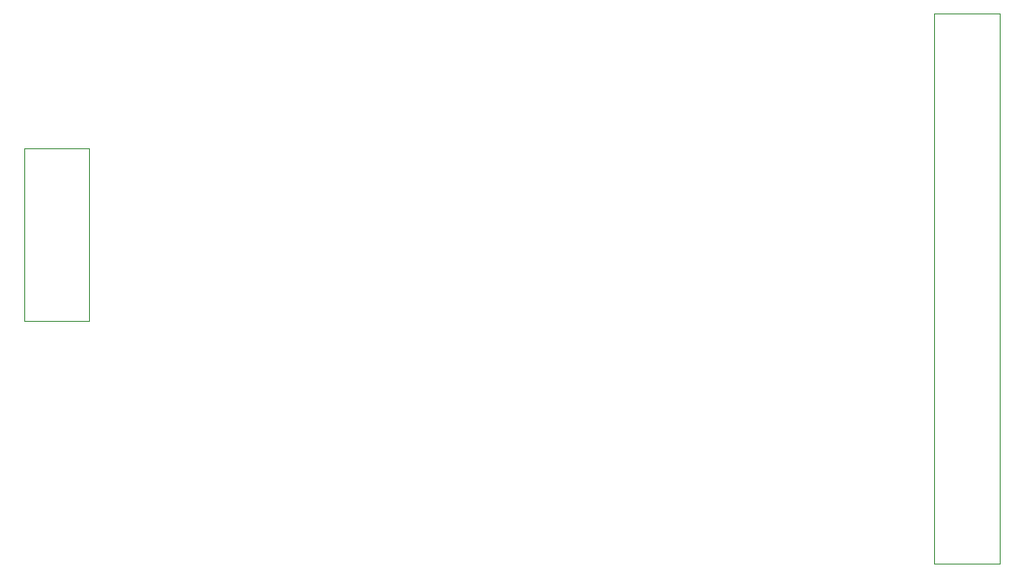
<source format=gbr>
%TF.GenerationSoftware,KiCad,Pcbnew,(5.1.9)-1*%
%TF.CreationDate,2021-03-10T22:07:46+01:00*%
%TF.ProjectId,poly_kb,706f6c79-5f6b-4622-9e6b-696361645f70,rev?*%
%TF.SameCoordinates,Original*%
%TF.FileFunction,Other,User*%
%FSLAX46Y46*%
G04 Gerber Fmt 4.6, Leading zero omitted, Abs format (unit mm)*
G04 Created by KiCad (PCBNEW (5.1.9)-1) date 2021-03-10 22:07:46*
%MOMM*%
%LPD*%
G01*
G04 APERTURE LIST*
%ADD10C,0.050000*%
G04 APERTURE END LIST*
D10*
%TO.C,J10*%
X447570000Y-170158000D02*
X441470000Y-170158000D01*
X441470000Y-170158000D02*
X441470000Y-186408000D01*
X441470000Y-186408000D02*
X447570000Y-186408000D01*
X447570000Y-186408000D02*
X447570000Y-170158000D01*
%TO.C,J7*%
X533295000Y-157458000D02*
X533295000Y-209308000D01*
X533295000Y-209308000D02*
X527145000Y-209308000D01*
X527145000Y-209308000D02*
X527145000Y-157458000D01*
X527145000Y-157458000D02*
X533295000Y-157458000D01*
%TD*%
M02*

</source>
